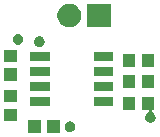
<source format=gts>
G04 #@! TF.GenerationSoftware,KiCad,Pcbnew,6.0.0-rc1-unknown-2fdf13a~66~ubuntu16.04.1*
G04 #@! TF.CreationDate,2018-11-18T17:19:58+00:00*
G04 #@! TF.ProjectId,demo,64656d6f-2e6b-4696-9361-645f70636258,rev?*
G04 #@! TF.SameCoordinates,Original*
G04 #@! TF.FileFunction,Soldermask,Top*
G04 #@! TF.FilePolarity,Negative*
%FSLAX46Y46*%
G04 Gerber Fmt 4.6, Leading zero omitted, Abs format (unit mm)*
G04 Created by KiCad (PCBNEW 6.0.0-rc1-unknown-2fdf13a~66~ubuntu16.04.1) date Sun 18 Nov 2018 17:19:58 GMT*
%MOMM*%
%LPD*%
G01*
G04 APERTURE LIST*
%ADD10C,0.100000*%
G04 APERTURE END LIST*
D10*
G36*
X223126000Y-13151000D02*
X222074000Y-13151000D01*
X222074000Y-12049000D01*
X223126000Y-12049000D01*
X223126000Y-13151000D01*
X223126000Y-13151000D01*
G37*
G36*
X221526000Y-13151000D02*
X220474000Y-13151000D01*
X220474000Y-12049000D01*
X221526000Y-12049000D01*
X221526000Y-13151000D01*
X221526000Y-13151000D01*
G37*
G36*
X224131552Y-12166331D02*
X224213625Y-12200327D01*
X224213626Y-12200328D01*
X224213629Y-12200329D01*
X224263525Y-12233669D01*
X224287500Y-12249689D01*
X224350311Y-12312500D01*
X224350313Y-12312503D01*
X224350314Y-12312504D01*
X224399671Y-12386371D01*
X224399672Y-12386374D01*
X224399673Y-12386375D01*
X224433669Y-12468448D01*
X224451000Y-12555579D01*
X224451000Y-12644421D01*
X224433669Y-12731552D01*
X224399673Y-12813625D01*
X224399671Y-12813629D01*
X224350314Y-12887496D01*
X224350311Y-12887500D01*
X224287500Y-12950311D01*
X224287497Y-12950313D01*
X224287496Y-12950314D01*
X224213629Y-12999671D01*
X224213626Y-12999672D01*
X224213625Y-12999673D01*
X224131552Y-13033669D01*
X224044421Y-13051000D01*
X223955579Y-13051000D01*
X223868448Y-13033669D01*
X223786375Y-12999673D01*
X223786374Y-12999672D01*
X223786371Y-12999671D01*
X223712504Y-12950314D01*
X223712503Y-12950313D01*
X223712500Y-12950311D01*
X223649689Y-12887500D01*
X223649686Y-12887496D01*
X223600329Y-12813629D01*
X223600327Y-12813625D01*
X223566331Y-12731552D01*
X223549000Y-12644421D01*
X223549000Y-12555579D01*
X223566331Y-12468448D01*
X223600327Y-12386375D01*
X223600328Y-12386374D01*
X223600329Y-12386371D01*
X223649686Y-12312504D01*
X223649687Y-12312503D01*
X223649689Y-12312500D01*
X223712500Y-12249689D01*
X223736475Y-12233669D01*
X223786371Y-12200329D01*
X223786374Y-12200328D01*
X223786375Y-12200327D01*
X223868448Y-12166331D01*
X223955579Y-12149000D01*
X224044421Y-12149000D01*
X224131552Y-12166331D01*
X224131552Y-12166331D01*
G37*
G36*
X231126000Y-11151000D02*
X231040113Y-11151000D01*
X231015727Y-11153402D01*
X230992278Y-11160515D01*
X230970667Y-11172066D01*
X230951725Y-11187612D01*
X230936179Y-11206554D01*
X230924628Y-11228165D01*
X230917515Y-11251614D01*
X230915113Y-11276000D01*
X230917515Y-11300386D01*
X230924628Y-11323835D01*
X230936179Y-11345446D01*
X230951725Y-11364388D01*
X230970667Y-11379934D01*
X230992278Y-11391485D01*
X231013625Y-11400327D01*
X231013626Y-11400328D01*
X231013629Y-11400329D01*
X231087496Y-11449686D01*
X231087500Y-11449689D01*
X231150311Y-11512500D01*
X231150313Y-11512503D01*
X231150314Y-11512504D01*
X231199671Y-11586371D01*
X231199672Y-11586374D01*
X231199673Y-11586375D01*
X231233669Y-11668448D01*
X231251000Y-11755579D01*
X231251000Y-11844421D01*
X231233669Y-11931552D01*
X231199673Y-12013625D01*
X231199671Y-12013629D01*
X231150314Y-12087496D01*
X231150311Y-12087500D01*
X231087500Y-12150311D01*
X231087497Y-12150313D01*
X231087496Y-12150314D01*
X231013629Y-12199671D01*
X231013626Y-12199672D01*
X231013625Y-12199673D01*
X230931552Y-12233669D01*
X230844421Y-12251000D01*
X230755579Y-12251000D01*
X230668448Y-12233669D01*
X230586375Y-12199673D01*
X230586374Y-12199672D01*
X230586371Y-12199671D01*
X230512504Y-12150314D01*
X230512503Y-12150313D01*
X230512500Y-12150311D01*
X230449689Y-12087500D01*
X230449686Y-12087496D01*
X230400329Y-12013629D01*
X230400327Y-12013625D01*
X230366331Y-11931552D01*
X230349000Y-11844421D01*
X230349000Y-11755579D01*
X230366331Y-11668448D01*
X230400327Y-11586375D01*
X230400328Y-11586374D01*
X230400329Y-11586371D01*
X230449686Y-11512504D01*
X230449687Y-11512503D01*
X230449689Y-11512500D01*
X230512500Y-11449689D01*
X230512504Y-11449686D01*
X230586371Y-11400329D01*
X230586374Y-11400328D01*
X230586375Y-11400327D01*
X230607722Y-11391485D01*
X230629333Y-11379934D01*
X230648275Y-11364389D01*
X230663820Y-11345447D01*
X230675372Y-11323836D01*
X230682485Y-11300387D01*
X230684887Y-11276000D01*
X230682485Y-11251614D01*
X230675372Y-11228165D01*
X230663821Y-11206554D01*
X230648276Y-11187612D01*
X230629334Y-11172067D01*
X230607723Y-11160515D01*
X230584274Y-11153402D01*
X230559887Y-11151000D01*
X230074000Y-11151000D01*
X230074000Y-10049000D01*
X231126000Y-10049000D01*
X231126000Y-11151000D01*
X231126000Y-11151000D01*
G37*
G36*
X219551000Y-12126000D02*
X218449000Y-12126000D01*
X218449000Y-11074000D01*
X219551000Y-11074000D01*
X219551000Y-12126000D01*
X219551000Y-12126000D01*
G37*
G36*
X229526000Y-11151000D02*
X228474000Y-11151000D01*
X228474000Y-10049000D01*
X229526000Y-10049000D01*
X229526000Y-11151000D01*
X229526000Y-11151000D01*
G37*
G36*
X227681001Y-10811001D02*
X226029001Y-10811001D01*
X226029001Y-10109001D01*
X227681001Y-10109001D01*
X227681001Y-10811001D01*
X227681001Y-10811001D01*
G37*
G36*
X222281001Y-10811001D02*
X220629001Y-10811001D01*
X220629001Y-10109001D01*
X222281001Y-10109001D01*
X222281001Y-10811001D01*
X222281001Y-10811001D01*
G37*
G36*
X219551000Y-10526000D02*
X218449000Y-10526000D01*
X218449000Y-9474000D01*
X219551000Y-9474000D01*
X219551000Y-10526000D01*
X219551000Y-10526000D01*
G37*
G36*
X227681001Y-9541001D02*
X226029001Y-9541001D01*
X226029001Y-8839001D01*
X227681001Y-8839001D01*
X227681001Y-9541001D01*
X227681001Y-9541001D01*
G37*
G36*
X222281001Y-9541001D02*
X220629001Y-9541001D01*
X220629001Y-8839001D01*
X222281001Y-8839001D01*
X222281001Y-9541001D01*
X222281001Y-9541001D01*
G37*
G36*
X229526000Y-9351000D02*
X228474000Y-9351000D01*
X228474000Y-8249000D01*
X229526000Y-8249000D01*
X229526000Y-9351000D01*
X229526000Y-9351000D01*
G37*
G36*
X231126000Y-9351000D02*
X230074000Y-9351000D01*
X230074000Y-8249000D01*
X231126000Y-8249000D01*
X231126000Y-9351000D01*
X231126000Y-9351000D01*
G37*
G36*
X219551000Y-8726000D02*
X218449000Y-8726000D01*
X218449000Y-7674000D01*
X219551000Y-7674000D01*
X219551000Y-8726000D01*
X219551000Y-8726000D01*
G37*
G36*
X227681001Y-8271001D02*
X226029001Y-8271001D01*
X226029001Y-7569001D01*
X227681001Y-7569001D01*
X227681001Y-8271001D01*
X227681001Y-8271001D01*
G37*
G36*
X222281001Y-8271001D02*
X220629001Y-8271001D01*
X220629001Y-7569001D01*
X222281001Y-7569001D01*
X222281001Y-8271001D01*
X222281001Y-8271001D01*
G37*
G36*
X231126000Y-7551000D02*
X230074000Y-7551000D01*
X230074000Y-6449000D01*
X231126000Y-6449000D01*
X231126000Y-7551000D01*
X231126000Y-7551000D01*
G37*
G36*
X229526000Y-7551000D02*
X228474000Y-7551000D01*
X228474000Y-6449000D01*
X229526000Y-6449000D01*
X229526000Y-7551000D01*
X229526000Y-7551000D01*
G37*
G36*
X219551000Y-7126000D02*
X218449000Y-7126000D01*
X218449000Y-6074000D01*
X219551000Y-6074000D01*
X219551000Y-7126000D01*
X219551000Y-7126000D01*
G37*
G36*
X227681001Y-7001001D02*
X226029001Y-7001001D01*
X226029001Y-6299001D01*
X227681001Y-6299001D01*
X227681001Y-7001001D01*
X227681001Y-7001001D01*
G37*
G36*
X222281001Y-7001001D02*
X220629001Y-7001001D01*
X220629001Y-6299001D01*
X222281001Y-6299001D01*
X222281001Y-7001001D01*
X222281001Y-7001001D01*
G37*
G36*
X221531552Y-4966331D02*
X221613625Y-5000327D01*
X221613626Y-5000328D01*
X221613629Y-5000329D01*
X221687496Y-5049686D01*
X221687500Y-5049689D01*
X221750311Y-5112500D01*
X221750313Y-5112503D01*
X221750314Y-5112504D01*
X221799671Y-5186371D01*
X221799672Y-5186374D01*
X221799673Y-5186375D01*
X221833669Y-5268448D01*
X221851000Y-5355579D01*
X221851000Y-5444421D01*
X221833669Y-5531552D01*
X221825897Y-5550314D01*
X221799671Y-5613629D01*
X221774700Y-5651000D01*
X221750311Y-5687500D01*
X221687500Y-5750311D01*
X221687497Y-5750313D01*
X221687496Y-5750314D01*
X221613629Y-5799671D01*
X221613626Y-5799672D01*
X221613625Y-5799673D01*
X221531552Y-5833669D01*
X221444421Y-5851000D01*
X221355579Y-5851000D01*
X221268448Y-5833669D01*
X221186375Y-5799673D01*
X221186374Y-5799672D01*
X221186371Y-5799671D01*
X221112504Y-5750314D01*
X221112503Y-5750313D01*
X221112500Y-5750311D01*
X221049689Y-5687500D01*
X221025300Y-5651000D01*
X221000329Y-5613629D01*
X220974103Y-5550314D01*
X220966331Y-5531552D01*
X220949000Y-5444421D01*
X220949000Y-5355579D01*
X220966331Y-5268448D01*
X221000327Y-5186375D01*
X221000328Y-5186374D01*
X221000329Y-5186371D01*
X221049686Y-5112504D01*
X221049687Y-5112503D01*
X221049689Y-5112500D01*
X221112500Y-5049689D01*
X221112504Y-5049686D01*
X221186371Y-5000329D01*
X221186374Y-5000328D01*
X221186375Y-5000327D01*
X221268448Y-4966331D01*
X221355579Y-4949000D01*
X221444421Y-4949000D01*
X221531552Y-4966331D01*
X221531552Y-4966331D01*
G37*
G36*
X219731552Y-4766331D02*
X219813625Y-4800327D01*
X219813626Y-4800328D01*
X219813629Y-4800329D01*
X219887496Y-4849686D01*
X219887500Y-4849689D01*
X219950311Y-4912500D01*
X219950313Y-4912503D01*
X219950314Y-4912504D01*
X219999671Y-4986371D01*
X219999672Y-4986374D01*
X219999673Y-4986375D01*
X220033669Y-5068448D01*
X220051000Y-5155579D01*
X220051000Y-5244421D01*
X220033669Y-5331552D01*
X219999673Y-5413625D01*
X219999671Y-5413629D01*
X219979096Y-5444421D01*
X219950311Y-5487500D01*
X219887500Y-5550311D01*
X219887497Y-5550313D01*
X219887496Y-5550314D01*
X219813629Y-5599671D01*
X219813626Y-5599672D01*
X219813625Y-5599673D01*
X219731552Y-5633669D01*
X219644421Y-5651000D01*
X219555579Y-5651000D01*
X219468448Y-5633669D01*
X219386375Y-5599673D01*
X219386374Y-5599672D01*
X219386371Y-5599671D01*
X219312504Y-5550314D01*
X219312503Y-5550313D01*
X219312500Y-5550311D01*
X219249689Y-5487500D01*
X219220904Y-5444421D01*
X219200329Y-5413629D01*
X219200327Y-5413625D01*
X219166331Y-5331552D01*
X219149000Y-5244421D01*
X219149000Y-5155579D01*
X219166331Y-5068448D01*
X219200327Y-4986375D01*
X219200328Y-4986374D01*
X219200329Y-4986371D01*
X219249686Y-4912504D01*
X219249687Y-4912503D01*
X219249689Y-4912500D01*
X219312500Y-4849689D01*
X219312504Y-4849686D01*
X219386371Y-4800329D01*
X219386374Y-4800328D01*
X219386375Y-4800327D01*
X219468448Y-4766331D01*
X219555579Y-4749000D01*
X219644421Y-4749000D01*
X219731552Y-4766331D01*
X219731552Y-4766331D01*
G37*
G36*
X224221981Y-2237468D02*
X224404150Y-2312925D01*
X224568103Y-2422475D01*
X224707525Y-2561897D01*
X224817075Y-2725850D01*
X224892532Y-2908019D01*
X224931000Y-3101410D01*
X224931000Y-3298590D01*
X224892532Y-3491981D01*
X224817075Y-3674150D01*
X224707525Y-3838103D01*
X224568103Y-3977525D01*
X224404150Y-4087075D01*
X224221981Y-4162532D01*
X224028590Y-4201000D01*
X223831410Y-4201000D01*
X223638019Y-4162532D01*
X223455850Y-4087075D01*
X223291897Y-3977525D01*
X223152475Y-3838103D01*
X223042925Y-3674150D01*
X222967468Y-3491981D01*
X222929000Y-3298590D01*
X222929000Y-3101410D01*
X222967468Y-2908019D01*
X223042925Y-2725850D01*
X223152475Y-2561897D01*
X223291897Y-2422475D01*
X223455850Y-2312925D01*
X223638019Y-2237468D01*
X223831410Y-2199000D01*
X224028590Y-2199000D01*
X224221981Y-2237468D01*
X224221981Y-2237468D01*
G37*
G36*
X227471000Y-4201000D02*
X225469000Y-4201000D01*
X225469000Y-2199000D01*
X227471000Y-2199000D01*
X227471000Y-4201000D01*
X227471000Y-4201000D01*
G37*
M02*

</source>
